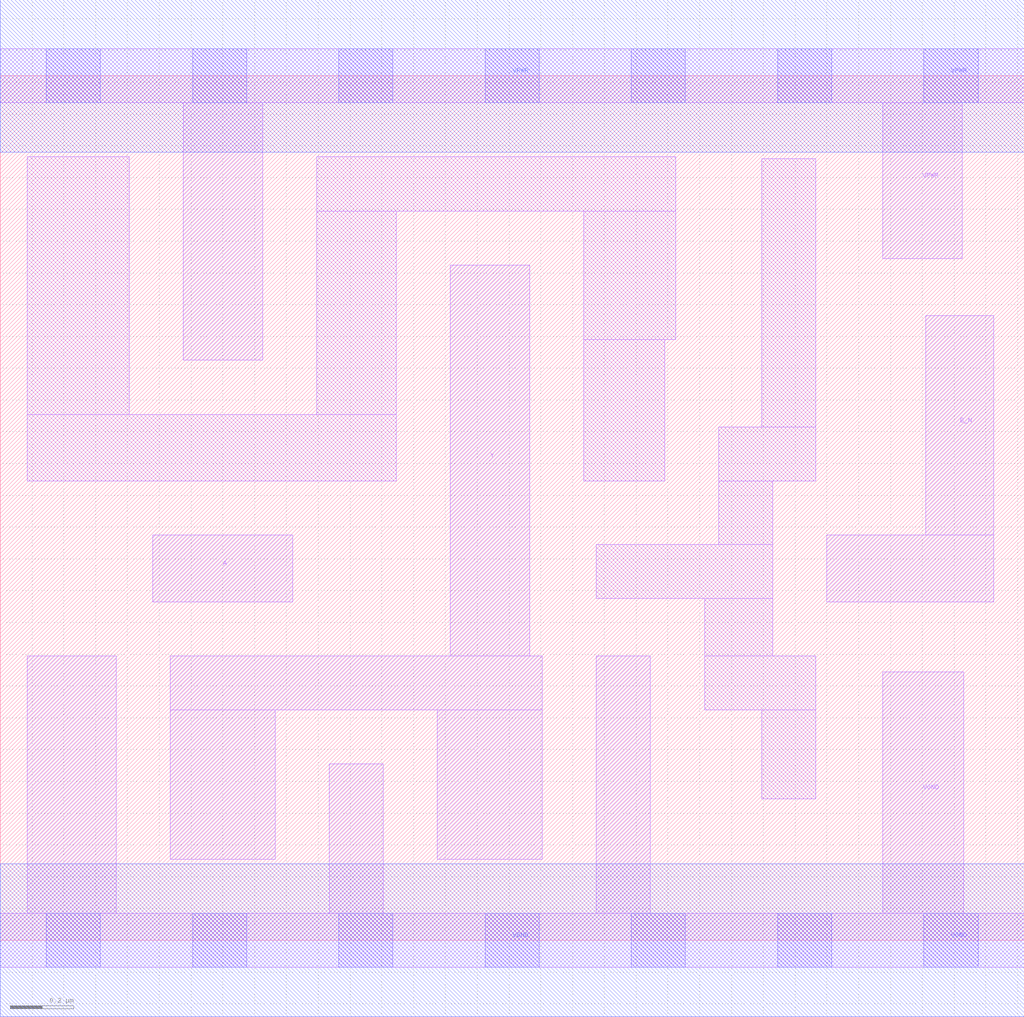
<source format=lef>
# Copyright 2020 The SkyWater PDK Authors
#
# Licensed under the Apache License, Version 2.0 (the "License");
# you may not use this file except in compliance with the License.
# You may obtain a copy of the License at
#
#     https://www.apache.org/licenses/LICENSE-2.0
#
# Unless required by applicable law or agreed to in writing, software
# distributed under the License is distributed on an "AS IS" BASIS,
# WITHOUT WARRANTIES OR CONDITIONS OF ANY KIND, either express or implied.
# See the License for the specific language governing permissions and
# limitations under the License.
#
# SPDX-License-Identifier: Apache-2.0

VERSION 5.7 ;
  NAMESCASESENSITIVE ON ;
  NOWIREEXTENSIONATPIN ON ;
  DIVIDERCHAR "/" ;
  BUSBITCHARS "[]" ;
UNITS
  DATABASE MICRONS 200 ;
END UNITS
MACRO sky130_fd_sc_hd__nor2b_2
  CLASS CORE ;
  SOURCE USER ;
  FOREIGN sky130_fd_sc_hd__nor2b_2 ;
  ORIGIN  0.000000  0.000000 ;
  SIZE  3.220000 BY  2.720000 ;
  SYMMETRY X Y R90 ;
  SITE unithd ;
  PIN A
    ANTENNAGATEAREA  0.495000 ;
    DIRECTION INPUT ;
    USE SIGNAL ;
    PORT
      LAYER li1 ;
        RECT 0.480000 1.065000 0.920000 1.275000 ;
    END
  END A
  PIN B_N
    ANTENNAGATEAREA  0.126000 ;
    DIRECTION INPUT ;
    USE SIGNAL ;
    PORT
      LAYER li1 ;
        RECT 2.600000 1.065000 3.125000 1.275000 ;
        RECT 2.910000 1.275000 3.125000 1.965000 ;
    END
  END B_N
  PIN Y
    ANTENNADIFFAREA  0.621000 ;
    DIRECTION OUTPUT ;
    USE SIGNAL ;
    PORT
      LAYER li1 ;
        RECT 0.535000 0.255000 0.865000 0.725000 ;
        RECT 0.535000 0.725000 1.705000 0.895000 ;
        RECT 1.375000 0.255000 1.705000 0.725000 ;
        RECT 1.415000 0.895000 1.665000 2.125000 ;
    END
  END Y
  PIN VGND
    DIRECTION INOUT ;
    SHAPE ABUTMENT ;
    USE GROUND ;
    PORT
      LAYER li1 ;
        RECT 0.000000 -0.085000 3.220000 0.085000 ;
        RECT 0.085000  0.085000 0.365000 0.895000 ;
        RECT 1.035000  0.085000 1.205000 0.555000 ;
        RECT 1.875000  0.085000 2.045000 0.895000 ;
        RECT 2.775000  0.085000 3.030000 0.845000 ;
      LAYER mcon ;
        RECT 0.145000 -0.085000 0.315000 0.085000 ;
        RECT 0.605000 -0.085000 0.775000 0.085000 ;
        RECT 1.065000 -0.085000 1.235000 0.085000 ;
        RECT 1.525000 -0.085000 1.695000 0.085000 ;
        RECT 1.985000 -0.085000 2.155000 0.085000 ;
        RECT 2.445000 -0.085000 2.615000 0.085000 ;
        RECT 2.905000 -0.085000 3.075000 0.085000 ;
      LAYER met1 ;
        RECT 0.000000 -0.240000 3.220000 0.240000 ;
    END
  END VGND
  PIN VPWR
    DIRECTION INOUT ;
    SHAPE ABUTMENT ;
    USE POWER ;
    PORT
      LAYER li1 ;
        RECT 0.000000 2.635000 3.220000 2.805000 ;
        RECT 0.575000 1.825000 0.825000 2.635000 ;
        RECT 2.775000 2.145000 3.025000 2.635000 ;
      LAYER mcon ;
        RECT 0.145000 2.635000 0.315000 2.805000 ;
        RECT 0.605000 2.635000 0.775000 2.805000 ;
        RECT 1.065000 2.635000 1.235000 2.805000 ;
        RECT 1.525000 2.635000 1.695000 2.805000 ;
        RECT 1.985000 2.635000 2.155000 2.805000 ;
        RECT 2.445000 2.635000 2.615000 2.805000 ;
        RECT 2.905000 2.635000 3.075000 2.805000 ;
      LAYER met1 ;
        RECT 0.000000 2.480000 3.220000 2.960000 ;
    END
  END VPWR
  OBS
    LAYER li1 ;
      RECT 0.085000 1.445000 1.245000 1.655000 ;
      RECT 0.085000 1.655000 0.405000 2.465000 ;
      RECT 0.995000 1.655000 1.245000 2.295000 ;
      RECT 0.995000 2.295000 2.125000 2.465000 ;
      RECT 1.835000 1.445000 2.090000 1.890000 ;
      RECT 1.835000 1.890000 2.125000 2.295000 ;
      RECT 1.875000 1.075000 2.430000 1.245000 ;
      RECT 2.215000 0.725000 2.565000 0.895000 ;
      RECT 2.215000 0.895000 2.430000 1.075000 ;
      RECT 2.260000 1.245000 2.430000 1.445000 ;
      RECT 2.260000 1.445000 2.565000 1.615000 ;
      RECT 2.395000 0.445000 2.565000 0.725000 ;
      RECT 2.395000 1.615000 2.565000 2.460000 ;
  END
END sky130_fd_sc_hd__nor2b_2
END LIBRARY

</source>
